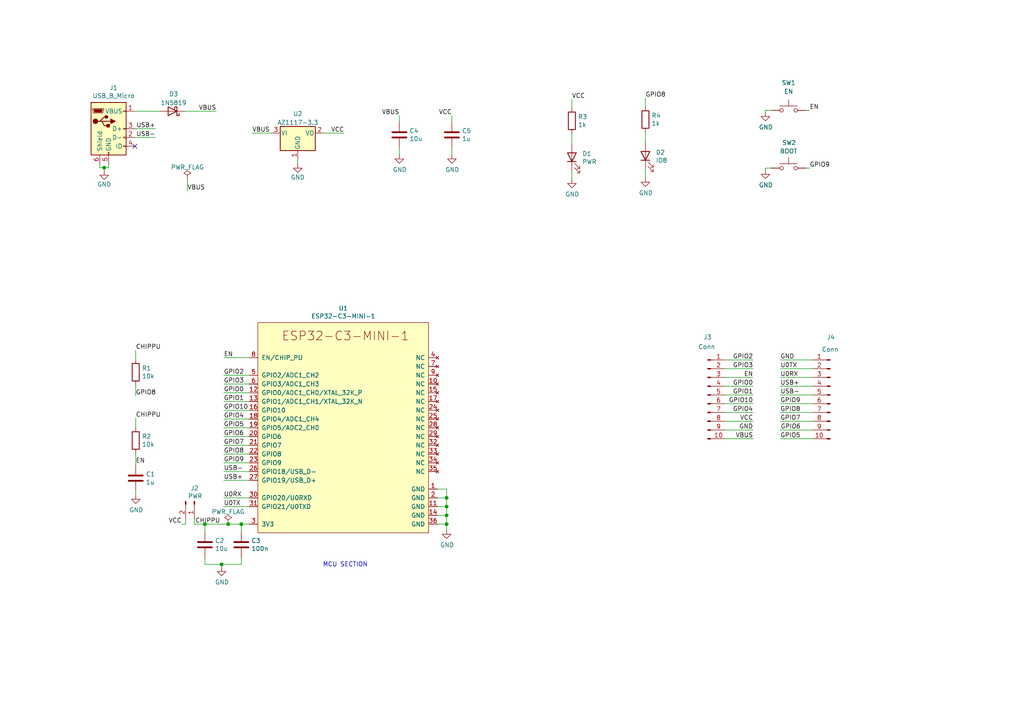
<source format=kicad_sch>
(kicad_sch (version 20211123) (generator eeschema)
  (paper "A4")
  (lib_symbols
    (symbol "Connector:Conn_01x02_Male" (pin_names (offset 1.016) hide)
      (property "Reference" "J" (at 0 2.54 0))
      (property "Value" "Conn_01x02_Male" (at 0 -5.08 0))
      (symbol "Conn_01x02_Male_1_1"
        (polyline (pts (xy 1.27 -2.54) (xy 0.8636 -2.54)) (stroke (width 0.1524)))
        (polyline (pts (xy 1.27 0) (xy 0.8636 0)) (stroke (width 0.1524)))
        (rectangle (start 0.8636 -2.413) (end 0 -2.667) (stroke (width 0.1524)) (fill (type outline)))
        (rectangle (start 0.8636 0.127) (end 0 -0.127) (stroke (width 0.1524)) (fill (type outline)))
        (pin passive line (at 5.08 0 180) (length 3.81) (name "Pin_1") (number "1"))
        (pin passive line (at 5.08 -2.54 180) (length 3.81) (name "Pin_2") (number "2"))
      )
    )
    (symbol "Connector:Conn_01x10_Male" (pin_names (offset 1.016) hide)
      (property "Reference" "J" (at 0 12.7 0))
      (property "Value" "Conn_01x10_Male" (at 0 -15.24 0))
      (symbol "Conn_01x10_Male_1_1"
        (polyline (pts (xy 1.27 -12.7) (xy 0.8636 -12.7)) (stroke (width 0.1524)))
        (polyline (pts (xy 1.27 -10.16) (xy 0.8636 -10.16)) (stroke (width 0.1524)))
        (polyline (pts (xy 1.27 -7.62) (xy 0.8636 -7.62)) (stroke (width 0.1524)))
        (polyline (pts (xy 1.27 -5.08) (xy 0.8636 -5.08)) (stroke (width 0.1524)))
        (polyline (pts (xy 1.27 -2.54) (xy 0.8636 -2.54)) (stroke (width 0.1524)))
        (polyline (pts (xy 1.27 0) (xy 0.8636 0)) (stroke (width 0.1524)))
        (polyline (pts (xy 1.27 2.54) (xy 0.8636 2.54)) (stroke (width 0.1524)))
        (polyline (pts (xy 1.27 5.08) (xy 0.8636 5.08)) (stroke (width 0.1524)))
        (polyline (pts (xy 1.27 7.62) (xy 0.8636 7.62)) (stroke (width 0.1524)))
        (polyline (pts (xy 1.27 10.16) (xy 0.8636 10.16)) (stroke (width 0.1524)))
        (rectangle (start 0.8636 -12.573) (end 0 -12.827) (stroke (width 0.1524)) (fill (type outline)))
        (rectangle (start 0.8636 -10.033) (end 0 -10.287) (stroke (width 0.1524)) (fill (type outline)))
        (rectangle (start 0.8636 -7.493) (end 0 -7.747) (stroke (width 0.1524)) (fill (type outline)))
        (rectangle (start 0.8636 -4.953) (end 0 -5.207) (stroke (width 0.1524)) (fill (type outline)))
        (rectangle (start 0.8636 -2.413) (end 0 -2.667) (stroke (width 0.1524)) (fill (type outline)))
        (rectangle (start 0.8636 0.127) (end 0 -0.127) (stroke (width 0.1524)) (fill (type outline)))
        (rectangle (start 0.8636 2.667) (end 0 2.413) (stroke (width 0.1524)) (fill (type outline)))
        (rectangle (start 0.8636 5.207) (end 0 4.953) (stroke (width 0.1524)) (fill (type outline)))
        (rectangle (start 0.8636 7.747) (end 0 7.493) (stroke (width 0.1524)) (fill (type outline)))
        (rectangle (start 0.8636 10.287) (end 0 10.033) (stroke (width 0.1524)) (fill (type outline)))
        (pin passive line (at 5.08 10.16 180) (length 3.81) (name "Pin_1") (number "1"))
        (pin passive line (at 5.08 -12.7 180) (length 3.81) (name "Pin_10") (number "10"))
        (pin passive line (at 5.08 7.62 180) (length 3.81) (name "Pin_2") (number "2"))
        (pin passive line (at 5.08 5.08 180) (length 3.81) (name "Pin_3") (number "3"))
        (pin passive line (at 5.08 2.54 180) (length 3.81) (name "Pin_4") (number "4"))
        (pin passive line (at 5.08 0 180) (length 3.81) (name "Pin_5") (number "5"))
        (pin passive line (at 5.08 -2.54 180) (length 3.81) (name "Pin_6") (number "6"))
        (pin passive line (at 5.08 -5.08 180) (length 3.81) (name "Pin_7") (number "7"))
        (pin passive line (at 5.08 -7.62 180) (length 3.81) (name "Pin_8") (number "8"))
        (pin passive line (at 5.08 -10.16 180) (length 3.81) (name "Pin_9") (number "9"))
      )
    )
    (symbol "Connector:USB_B_Micro" (pin_names (offset 1.016))
      (property "Reference" "J" (at -5.08 11.43 0))
      (property "Value" "USB_B_Micro" (at -5.08 8.89 0))
      (symbol "USB_B_Micro_0_1"
        (rectangle (start -5.08 -7.62) (end 5.08 7.62) (stroke (width 0.254)) (fill (type background)))
        (circle (center -3.81 2.159) (radius 0.635) (stroke (width 0.254)) (fill (type outline)))
        (circle (center -0.635 3.429) (radius 0.381) (stroke (width 0.254)) (fill (type outline)))
        (rectangle (start -0.127 -7.62) (end 0.127 -6.858))
        (polyline (pts (xy -1.905 2.159) (xy 0.635 2.159)) (stroke (width 0.254)))
        (polyline (pts (xy -3.175 2.159) (xy -2.54 2.159) (xy -1.27 3.429) (xy -0.635 3.429)) (stroke (width 0.254)))
        (polyline (pts (xy -2.54 2.159) (xy -1.905 2.159) (xy -1.27 0.889) (xy 0 0.889)) (stroke (width 0.254)))
        (polyline (pts (xy 0.635 2.794) (xy 0.635 1.524) (xy 1.905 2.159) (xy 0.635 2.794)) (stroke (width 0.254)) (fill (type outline)))
        (polyline (pts (xy -4.318 5.588) (xy -1.778 5.588) (xy -2.032 4.826) (xy -4.064 4.826) (xy -4.318 5.588)) (fill (type outline)))
        (polyline (pts (xy -4.699 5.842) (xy -4.699 5.588) (xy -4.445 4.826) (xy -4.445 4.572) (xy -1.651 4.572) (xy -1.651 4.826) (xy -1.397 5.588) (xy -1.397 5.842) (xy -4.699 5.842)))
        (rectangle (start 0.254 1.27) (end -0.508 0.508) (stroke (width 0.254)) (fill (type outline)))
        (rectangle (start 5.08 -5.207) (end 4.318 -4.953))
        (rectangle (start 5.08 -2.667) (end 4.318 -2.413))
        (rectangle (start 5.08 -0.127) (end 4.318 0.127))
        (rectangle (start 5.08 4.953) (end 4.318 5.207))
      )
      (symbol "USB_B_Micro_1_1"
        (pin power_out line (at 7.62 5.08 180) (length 2.54) (name "VBUS") (number "1"))
        (pin bidirectional line (at 7.62 -2.54 180) (length 2.54) (name "D-") (number "2"))
        (pin bidirectional line (at 7.62 0 180) (length 2.54) (name "D+") (number "3"))
        (pin passive line (at 7.62 -5.08 180) (length 2.54) (name "ID") (number "4"))
        (pin power_out line (at 0 -10.16 90) (length 2.54) (name "GND") (number "5"))
        (pin passive line (at -2.54 -10.16 90) (length 2.54) (name "Shield") (number "6"))
      )
    )
    (symbol "Device:C" (pin_numbers hide) (pin_names (offset 0.254))
      (property "Reference" "C" (at 0.635 2.54 0))
      (property "Value" "C" (at 0.635 -2.54 0))
      (symbol "C_0_1"
        (polyline (pts (xy -2.032 -0.762) (xy 2.032 -0.762)) (stroke (width 0.508)))
        (polyline (pts (xy -2.032 0.762) (xy 2.032 0.762)) (stroke (width 0.508)))
      )
      (symbol "C_1_1"
        (pin passive line (at 0 3.81 270) (length 2.794) (name "~") (number "1"))
        (pin passive line (at 0 -3.81 90) (length 2.794) (name "~") (number "2"))
      )
    )
    (symbol "Device:LED" (pin_numbers hide) (pin_names (offset 1.016) hide)
      (property "Reference" "D" (at 0 2.54 0))
      (property "Value" "LED" (at 0 -2.54 0))
      (symbol "LED_0_1"
        (polyline (pts (xy -1.27 -1.27) (xy -1.27 1.27)) (stroke (width 0.254)))
        (polyline (pts (xy -1.27 0) (xy 1.27 0)))
        (polyline (pts (xy 1.27 -1.27) (xy 1.27 1.27) (xy -1.27 0) (xy 1.27 -1.27)) (stroke (width 0.254)))
        (polyline (pts (xy -3.048 -0.762) (xy -4.572 -2.286) (xy -3.81 -2.286) (xy -4.572 -2.286) (xy -4.572 -1.524)))
        (polyline (pts (xy -1.778 -0.762) (xy -3.302 -2.286) (xy -2.54 -2.286) (xy -3.302 -2.286) (xy -3.302 -1.524)))
      )
      (symbol "LED_1_1"
        (pin passive line (at -3.81 0 0) (length 2.54) (name "K") (number "1"))
        (pin passive line (at 3.81 0 180) (length 2.54) (name "A") (number "2"))
      )
    )
    (symbol "Device:R" (pin_numbers hide) (pin_names (offset 0))
      (property "Reference" "R" (at 2.032 0 90))
      (property "Value" "R" (at 0 0 90))
      (symbol "R_0_1"
        (rectangle (start -1.016 -2.54) (end 1.016 2.54) (stroke (width 0.254)))
      )
      (symbol "R_1_1"
        (pin passive line (at 0 3.81 270) (length 1.27) (name "~") (number "1"))
        (pin passive line (at 0 -3.81 90) (length 1.27) (name "~") (number "2"))
      )
    )
    (symbol "Diode:1N5819" (pin_numbers hide) (pin_names (offset 1.016) hide)
      (property "Reference" "D" (at 0 2.54 0))
      (property "Value" "1N5819" (at 0 -2.54 0))
      (symbol "1N5819_0_1"
        (polyline (pts (xy 1.27 0) (xy -1.27 0)))
        (polyline (pts (xy 1.27 1.27) (xy 1.27 -1.27) (xy -1.27 0) (xy 1.27 1.27)) (stroke (width 0.254)))
        (polyline (pts (xy -1.905 0.635) (xy -1.905 1.27) (xy -1.27 1.27) (xy -1.27 -1.27) (xy -0.635 -1.27) (xy -0.635 -0.635)) (stroke (width 0.254)))
      )
      (symbol "1N5819_1_1"
        (pin passive line (at -3.81 0 0) (length 2.54) (name "K") (number "1"))
        (pin passive line (at 3.81 0 180) (length 2.54) (name "A") (number "2"))
      )
    )
    (symbol "Espressif:ESP32-C3-MINI-1" (pin_names (offset 1.016))
      (property "Reference" "U" (at 0 33.02 0))
      (property "Value" "ESP32-C3-MINI-1" (at 0 -30.48 0))
      (symbol "ESP32-C3-MINI-1_0_0"
        (text "ESP32-C3-MINI-1" (at 1.27 27.94 0) (effects (font (size 2.54 2.54))))
      )
      (symbol "ESP32-C3-MINI-1_0_1"
        (rectangle (start -24.13 31.75) (end 25.4 -29.21) (fill (type background)))
      )
      (symbol "ESP32-C3-MINI-1_1_1"
        (pin power_in line (at 27.94 -16.51 180) (length 2.54) (name "GND") (number "1"))
        (pin no_connect line (at 27.94 13.97 180) (length 2.54) (name "NC") (number "10"))
        (pin power_in line (at 27.94 -21.59 180) (length 2.54) (name "GND") (number "11"))
        (pin bidirectional line (at -26.67 11.43 0) (length 2.54) (name "GPIO0/ADC1_CH0/XTAL_32K_P") (number "12"))
        (pin bidirectional line (at -26.67 8.89 0) (length 2.54) (name "GPIO1/ADC1_CH1/XTAL_32K_N") (number "13"))
        (pin power_in line (at 27.94 -24.13 180) (length 2.54) (name "GND") (number "14"))
        (pin no_connect line (at 27.94 11.43 180) (length 2.54) (name "NC") (number "15"))
        (pin bidirectional line (at -26.67 6.35 0) (length 2.54) (name "GPIO10") (number "16"))
        (pin no_connect line (at 27.94 8.89 180) (length 2.54) (name "NC") (number "17"))
        (pin bidirectional line (at -26.67 3.81 0) (length 2.54) (name "GPIO4/ADC1_CH4") (number "18"))
        (pin bidirectional line (at -26.67 1.27 0) (length 2.54) (name "GPIO5/ADC2_CH0") (number "19"))
        (pin power_in line (at 27.94 -19.05 180) (length 2.54) (name "GND") (number "2"))
        (pin bidirectional line (at -26.67 -1.27 0) (length 2.54) (name "GPIO6") (number "20"))
        (pin bidirectional line (at -26.67 -3.81 0) (length 2.54) (name "GPIO7") (number "21"))
        (pin bidirectional line (at -26.67 -6.35 0) (length 2.54) (name "GPIO8") (number "22"))
        (pin bidirectional line (at -26.67 -8.89 0) (length 2.54) (name "GPIO9") (number "23"))
        (pin no_connect line (at 27.94 6.35 180) (length 2.54) (name "NC") (number "24"))
        (pin no_connect line (at 27.94 3.81 180) (length 2.54) (name "NC") (number "25"))
        (pin bidirectional line (at -26.67 -11.43 0) (length 2.54) (name "GPIO18/USB_D-") (number "26"))
        (pin bidirectional line (at -26.67 -13.97 0) (length 2.54) (name "GPIO19/USB_D+") (number "27"))
        (pin no_connect line (at 27.94 1.27 180) (length 2.54) (name "NC") (number "28"))
        (pin no_connect line (at 27.94 -1.27 180) (length 2.54) (name "NC") (number "29"))
        (pin power_in line (at -26.67 -26.67 0) (length 2.54) (name "3V3") (number "3"))
        (pin bidirectional line (at -26.67 -19.05 0) (length 2.54) (name "GPIO20/U0RXD") (number "30"))
        (pin bidirectional line (at -26.67 -21.59 0) (length 2.54) (name "GPIO21/U0TXD") (number "31"))
        (pin no_connect line (at 27.94 -3.81 180) (length 2.54) (name "NC") (number "32"))
        (pin no_connect line (at 27.94 -6.35 180) (length 2.54) (name "NC") (number "33"))
        (pin no_connect line (at 27.94 -8.89 180) (length 2.54) (name "NC") (number "34"))
        (pin no_connect line (at 27.94 -11.43 180) (length 2.54) (name "NC") (number "35"))
        (pin power_in line (at 27.94 -26.67 180) (length 2.54) (name "GND") (number "36"))
        (pin no_connect line (at 27.94 21.59 180) (length 2.54) (name "NC") (number "4"))
        (pin bidirectional line (at -26.67 16.51 0) (length 2.54) (name "GPIO2/ADC1_CH2") (number "5"))
        (pin bidirectional line (at -26.67 13.97 0) (length 2.54) (name "GPIO3/ADC1_CH3") (number "6"))
        (pin no_connect line (at 27.94 19.05 180) (length 2.54) (name "NC") (number "7"))
        (pin input line (at -26.67 21.59 0) (length 2.54) (name "EN/CHIP_PU") (number "8"))
        (pin no_connect line (at 27.94 16.51 180) (length 2.54) (name "NC") (number "9"))
      )
    )
    (symbol "Regulator_Linear:AZ1117-3.3" (pin_names (offset 0.254))
      (property "Reference" "U" (at -3.81 3.175 0))
      (property "Value" "AZ1117-3.3" (at 0 3.175 0))
      (symbol "AZ1117-3.3_0_1"
        (rectangle (start -5.08 1.905) (end 5.08 -5.08) (stroke (width 0.254)) (fill (type background)))
      )
      (symbol "AZ1117-3.3_1_1"
        (pin power_in line (at 0 -7.62 90) (length 2.54) (name "GND") (number "1"))
        (pin power_out line (at 7.62 0 180) (length 2.54) (name "VO") (number "2"))
        (pin power_in line (at -7.62 0 0) (length 2.54) (name "VI") (number "3"))
      )
    )
    (symbol "Switch:SW_Push" (pin_numbers hide) (pin_names (offset 1.016) hide)
      (property "Reference" "SW" (at 1.27 2.54 0))
      (property "Value" "SW_Push" (at 0 -1.524 0))
      (symbol "SW_Push_0_1"
        (circle (center -2.032 0) (radius 0.508))
        (polyline (pts (xy 0 1.27) (xy 0 3.048)))
        (polyline (pts (xy 2.54 1.27) (xy -2.54 1.27)))
        (circle (center 2.032 0) (radius 0.508))
        (pin passive line (at -5.08 0 0) (length 2.54) (name "1") (number "1"))
        (pin passive line (at 5.08 0 180) (length 2.54) (name "2") (number "2"))
      )
    )
    (symbol "power:GND" (power) (pin_names (offset 0))
      (property "Value" "GND" (at 0 -3.81 0))
      (symbol "GND_0_1"
        (polyline (pts (xy 0 0) (xy 0 -1.27) (xy 1.27 -1.27) (xy 0 -2.54) (xy -1.27 -1.27) (xy 0 -1.27)))
      )
      (symbol "GND_1_1"
        (pin power_in line (at 0 0 270) (length 0) hide (name "GND") (number "1"))
      )
    )
    (symbol "power:PWR_FLAG" (power) (pin_numbers hide) (pin_names (offset 0) hide)
      (property "Value" "PWR_FLAG" (at 0 3.81 0))
      (symbol "PWR_FLAG_0_0"
        (pin power_out line (at 0 0 90) (length 0) (name "pwr") (number "1"))
      )
      (symbol "PWR_FLAG_0_1"
        (polyline (pts (xy 0 0) (xy 0 1.27) (xy -1.016 1.905) (xy 0 2.54) (xy 1.016 1.905) (xy 0 1.27)))
      )
    )
  )
  (junction (at 30.226 48.641))
  (junction (at 64.262 163.703))
  (junction (at 69.977 152.019))
  (junction (at 129.54 146.939))
  (junction (at 59.436 152.019))
  (junction (at 129.54 152.019))
  (junction (at 129.54 144.399))
  (junction (at 66.167 152.019))
  (junction (at 129.54 149.479))
  (no_connect (at 39.116 42.418))
  (wire (pts (xy 59.436 154.178) (xy 59.436 152.019)))
  (wire (pts (xy 210.312 109.474) (xy 218.44 109.474)))
  (wire (pts (xy 210.312 127.254) (xy 218.44 127.254)))
  (wire (pts (xy 39.37 131.572) (xy 39.37 134.874)))
  (wire (pts (xy 64.897 124.079) (xy 72.263 124.079)))
  (wire (pts (xy 210.312 112.014) (xy 218.44 112.014)))
  (wire (pts (xy 56.388 152.019) (xy 59.436 152.019)))
  (wire (pts (xy 223.647 48.768) (xy 221.996 48.768)))
  (wire (pts (xy 221.996 48.768) (xy 221.996 49.276)))
  (wire (pts (xy 30.226 49.53) (xy 30.226 48.641)))
  (wire (pts (xy 39.37 101.6) (xy 39.37 104.14)))
  (wire (pts (xy 210.312 104.394) (xy 218.44 104.394)))
  (wire (pts (xy 73.152 38.608) (xy 78.74 38.608)))
  (wire (pts (xy 64.897 113.919) (xy 72.263 113.919)))
  (wire (pts (xy 28.956 48.641) (xy 30.226 48.641)))
  (wire (pts (xy 64.897 126.619) (xy 72.263 126.619)))
  (wire (pts (xy 126.873 141.859) (xy 129.54 141.859)))
  (wire (pts (xy 235.712 127.254) (xy 226.314 127.254)))
  (wire (pts (xy 39.116 32.258) (xy 46.228 32.258)))
  (wire (pts (xy 221.996 32.004) (xy 221.996 32.512)))
  (wire (pts (xy 69.977 152.019) (xy 72.263 152.019)))
  (wire (pts (xy 129.54 141.859) (xy 129.54 144.399)))
  (wire (pts (xy 64.897 118.999) (xy 72.263 118.999)))
  (wire (pts (xy 72.263 139.319) (xy 64.897 139.319)))
  (wire (pts (xy 187.198 30.861) (xy 187.198 28.448)))
  (wire (pts (xy 28.956 47.498) (xy 28.956 48.641)))
  (wire (pts (xy 210.312 119.634) (xy 218.44 119.634)))
  (wire (pts (xy 39.37 123.952) (xy 39.37 121.285)))
  (wire (pts (xy 72.263 136.779) (xy 64.897 136.779)))
  (wire (pts (xy 53.848 150.495) (xy 53.848 152.019)))
  (wire (pts (xy 59.436 163.703) (xy 59.436 161.798)))
  (wire (pts (xy 64.262 164.465) (xy 64.262 163.703)))
  (wire (pts (xy 187.198 49.022) (xy 187.198 51.562)))
  (wire (pts (xy 72.263 111.379) (xy 64.897 111.379)))
  (wire (pts (xy 129.54 144.399) (xy 129.54 146.939)))
  (wire (pts (xy 129.54 149.479) (xy 129.54 152.019)))
  (wire (pts (xy 218.44 124.714) (xy 210.312 124.714)))
  (wire (pts (xy 59.436 152.019) (xy 66.167 152.019)))
  (wire (pts (xy 72.263 103.759) (xy 64.9224 103.759)))
  (wire (pts (xy 226.314 112.014) (xy 235.712 112.014)))
  (wire (pts (xy 64.897 131.699) (xy 72.263 131.699)))
  (wire (pts (xy 126.873 149.479) (xy 129.54 149.479)))
  (wire (pts (xy 226.314 119.634) (xy 235.712 119.634)))
  (wire (pts (xy 86.36 46.228) (xy 86.36 47.498)))
  (wire (pts (xy 223.647 32.004) (xy 221.996 32.004)))
  (wire (pts (xy 235.712 124.714) (xy 226.314 124.714)))
  (wire (pts (xy 210.312 117.094) (xy 218.44 117.094)))
  (wire (pts (xy 30.226 48.641) (xy 31.496 48.641)))
  (wire (pts (xy 129.54 153.67) (xy 129.54 152.019)))
  (wire (pts (xy 66.167 152.019) (xy 69.977 152.019)))
  (wire (pts (xy 53.848 32.258) (xy 62.738 32.258)))
  (wire (pts (xy 115.824 42.926) (xy 115.824 44.831)))
  (wire (pts (xy 69.977 154.178) (xy 69.977 152.019)))
  (wire (pts (xy 52.705 152.019) (xy 53.848 152.019)))
  (wire (pts (xy 187.198 38.481) (xy 187.198 41.402)))
  (wire (pts (xy 165.862 38.862) (xy 165.862 41.783)))
  (wire (pts (xy 64.262 163.703) (xy 59.436 163.703)))
  (wire (pts (xy 64.897 134.239) (xy 72.263 134.239)))
  (wire (pts (xy 226.314 122.174) (xy 235.712 122.174)))
  (wire (pts (xy 233.807 48.768) (xy 234.823 48.768)))
  (wire (pts (xy 39.37 111.76) (xy 39.37 114.808)))
  (wire (pts (xy 31.496 48.641) (xy 31.496 47.498)))
  (wire (pts (xy 210.312 106.934) (xy 218.44 106.934)))
  (wire (pts (xy 126.873 144.399) (xy 129.54 144.399)))
  (wire (pts (xy 129.54 146.939) (xy 129.54 149.479)))
  (wire (pts (xy 131.064 33.528) (xy 131.064 35.306)))
  (wire (pts (xy 233.807 32.004) (xy 234.823 32.004)))
  (wire (pts (xy 129.54 152.019) (xy 126.873 152.019)))
  (wire (pts (xy 39.116 39.878) (xy 45.085 39.878)))
  (wire (pts (xy 93.98 38.608) (xy 99.822 38.608)))
  (wire (pts (xy 56.388 150.495) (xy 56.388 152.019)))
  (wire (pts (xy 115.824 33.528) (xy 115.824 35.306)))
  (wire (pts (xy 72.263 108.839) (xy 64.897 108.839)))
  (wire (pts (xy 39.37 142.494) (xy 39.37 143.51)))
  (wire (pts (xy 64.897 146.939) (xy 72.263 146.939)))
  (wire (pts (xy 210.312 122.174) (xy 218.44 122.174)))
  (wire (pts (xy 39.116 37.338) (xy 45.085 37.338)))
  (wire (pts (xy 131.064 42.926) (xy 131.064 44.831)))
  (wire (pts (xy 226.314 104.394) (xy 235.712 104.394)))
  (wire (pts (xy 72.263 144.399) (xy 64.897 144.399)))
  (wire (pts (xy 165.862 49.403) (xy 165.862 51.943)))
  (wire (pts (xy 126.873 146.939) (xy 129.54 146.939)))
  (wire (pts (xy 64.897 116.459) (xy 72.263 116.459)))
  (wire (pts (xy 64.897 129.159) (xy 72.263 129.159)))
  (wire (pts (xy 69.977 163.703) (xy 64.262 163.703)))
  (wire (pts (xy 226.314 117.094) (xy 235.712 117.094)))
  (wire (pts (xy 69.977 161.798) (xy 69.977 163.703)))
  (wire (pts (xy 210.312 114.554) (xy 218.44 114.554)))
  (wire (pts (xy 165.862 31.242) (xy 165.862 28.829)))
  (wire (pts (xy 54.356 52.07) (xy 54.356 55.372)))
  (wire (pts (xy 64.897 121.539) (xy 72.263 121.539)))
  (wire (pts (xy 226.314 106.934) (xy 235.712 106.934)))
  (wire (pts (xy 226.314 109.474) (xy 235.712 109.474)))
  (wire (pts (xy 226.314 114.554) (xy 235.712 114.554)))
  (text "MCU SECTION" (at 93.599 164.592 0) (effects (font (size 1.27 1.27)) (justify left bottom)))
  (label "USB+" (at 226.314 112.014 0))
  (label "GPIO9" (at 64.897 134.239 0))
  (label "GPIO4" (at 64.897 121.539 0))
  (label "VBUS" (at 73.152 38.608 0))
  (label "EN" (at 39.37 134.62 0))
  (label "VBUS" (at 54.356 55.372 0))
  (label "GPIO3" (at 64.897 111.379 0))
  (label "CHIPPU" (at 39.37 121.285 0))
  (label "U0RX" (at 64.897 144.399 0))
  (label "U0RX" (at 226.314 109.474 0))
  (label "GPIO8" (at 226.314 119.634 0))
  (label "GPIO8" (at 64.897 131.699 0))
  (label "CHIPPU" (at 63.881 152.019 180))
  (label "U0TX" (at 64.897 146.939 0))
  (label "VCC" (at 165.862 28.829 0))
  (label "GPIO6" (at 64.897 126.619 0))
  (label "VBUS" (at 218.44 127.254 180))
  (label "U0TX" (at 226.314 106.934 0))
  (label "GPIO10" (at 218.44 117.094 180))
  (label "GPIO3" (at 218.44 106.934 180))
  (label "GPIO1" (at 64.897 116.459 0))
  (label "GPIO10" (at 64.897 118.999 0))
  (label "GPIO5" (at 64.897 124.079 0))
  (label "USB+" (at 64.897 139.319 0))
  (label "VBUS" (at 62.738 32.258 180))
  (label "GND" (at 218.44 124.714 180))
  (label "USB-" (at 226.314 114.554 0))
  (label "GPIO8" (at 39.37 114.808 0))
  (label "GPIO5" (at 226.314 127.254 0))
  (label "EN" (at 234.823 32.004 0))
  (label "GPIO2" (at 218.44 104.394 180))
  (label "GPIO6" (at 226.314 124.714 0) (effects (font italic)))
  (label "GPIO9" (at 234.823 48.768 0))
  (label "VCC" (at 99.822 38.608 180))
  (label "VCC" (at 218.44 122.174 180))
  (label "VBUS" (at 115.824 33.528 180))
  (label "USB+" (at 45.085 37.338 180))
  (label "GPIO4" (at 218.44 119.634 180))
  (label "GPIO2" (at 64.897 108.839 0))
  (label "VCC" (at 52.705 152.019 180))
  (label "GPIO8" (at 187.198 28.448 0))
  (label "VCC" (at 131.064 33.528 180))
  (label "GPIO9" (at 226.314 117.094 0))
  (label "CHIPPU" (at 39.37 101.6 0))
  (label "USB-" (at 64.897 136.779 0))
  (label "GPIO7" (at 64.897 129.159 0))
  (label "EN" (at 64.9224 103.759 0))
  (label "GPIO0" (at 64.897 113.919 0))
  (label "GPIO7" (at 226.314 122.174 0))
  (label "EN" (at 218.44 109.474 180))
  (label "GPIO1" (at 218.44 114.554 180))
  (label "GPIO0" (at 218.44 112.014 180))
  (label "USB-" (at 45.085 39.878 180))
  (label "GND" (at 226.314 104.394 0))
  (symbol (lib_id "power:GND") (at 221.996 32.512 0) (unit 1)
    (property "Reference" "#PWR010" (effects hide))
    (property "Value" "GND" (at 222.123 36.9062 0))
  )
  (symbol (lib_id "power:GND") (at 30.226 49.53 0) (unit 1)
    (property "Reference" "#PWR02" (effects hide))
    (property "Value" "GND" (at 30.226 53.467 0))
  )
  (symbol (lib_id "Switch:SW_Push") (at 228.727 48.768 0) (unit 1)
    (property "Reference" "SW2" (at 226.822 41.402 0) (effects (justify left)))
    (property "Value" "BOOT" (at 228.727 43.8404 0))
    (property "Footprint" "Button_Switch_SMD:SW_Push_SPST_NO_Alps_SKRK" (effects hide))
  )
  (symbol (lib_id "power:GND") (at 129.54 153.67 0) (unit 1)
    (property "Reference" "#PWR05" (effects hide))
    (property "Value" "GND" (at 129.667 158.0642 0))
  )
  (symbol (lib_id "Device:C") (at 59.436 157.988 0) (unit 1)
    (property "Reference" "C2" (at 62.357 156.8196 0) (effects (justify left)))
    (property "Value" "10u" (at 62.357 159.131 0) (effects (justify left)))
    (property "Footprint" "Capacitor_SMD:C_0805_2012Metric" (effects hide))
  )
  (symbol (lib_id "Espressif:ESP32-C3-MINI-1") (at 98.933 125.349 0) (unit 1)
    (property "Reference" "U1" (at 99.568 89.408 0))
    (property "Value" "ESP32-C3-MINI-1" (at 99.568 91.7194 0))
    (property "Footprint" "Espressif:ESP32-C3-MINI-1" (effects hide))
    (property "Datasheet" "https://www.espressif.com/sites/default/files/documentation/esp32-c3-mini-1_datasheet_en.pdf" (effects hide))
  )
  (symbol (lib_id "Device:R") (at 39.37 127.762 0) (unit 1)
    (property "Reference" "R2" (at 41.148 126.5936 0) (effects (justify left)))
    (property "Value" "10k" (at 41.148 128.905 0) (effects (justify left)))
    (property "Footprint" "Resistor_SMD:R_0603_1608Metric" (effects hide))
  )
  (symbol (lib_id "Device:R") (at 165.862 35.052 0) (unit 1)
    (property "Reference" "R3" (at 167.64 33.8836 0) (effects (justify left)))
    (property "Value" "1k" (at 167.64 36.195 0) (effects (justify left)))
    (property "Footprint" "Resistor_SMD:R_0603_1608Metric" (effects hide))
  )
  (symbol (lib_id "Device:C") (at 131.064 39.116 0) (unit 1)
    (property "Reference" "C5" (at 133.985 37.9476 0) (effects (justify left)))
    (property "Value" "1u" (at 133.985 40.259 0) (effects (justify left)))
    (property "Footprint" "Capacitor_SMD:C_0603_1608Metric" (effects hide))
  )
  (symbol (lib_id "power:GND") (at 187.198 51.562 0) (unit 1)
    (property "Reference" "#PWR09" (effects hide))
    (property "Value" "GND" (at 187.325 55.9562 0))
  )
  (symbol (lib_id "Device:C") (at 115.824 39.116 0) (unit 1)
    (property "Reference" "C4" (at 118.745 37.9476 0) (effects (justify left)))
    (property "Value" "10u" (at 118.745 40.259 0) (effects (justify left)))
    (property "Footprint" "Capacitor_SMD:C_0805_2012Metric" (effects hide))
  )
  (symbol (lib_id "Device:R") (at 39.37 107.95 0) (unit 1)
    (property "Reference" "R1" (at 41.148 106.7816 0) (effects (justify left)))
    (property "Value" "10k" (at 41.148 109.093 0) (effects (justify left)))
    (property "Footprint" "Resistor_SMD:R_0603_1608Metric" (effects hide))
  )
  (symbol (lib_id "power:GND") (at 39.37 143.51 0) (unit 1)
    (property "Reference" "#PWR01" (effects hide))
    (property "Value" "GND" (at 39.497 147.9042 0))
  )
  (symbol (lib_id "Device:C") (at 69.977 157.988 0) (unit 1)
    (property "Reference" "C3" (at 72.898 156.8196 0) (effects (justify left)))
    (property "Value" "100n" (at 72.898 159.131 0) (effects (justify left)))
    (property "Footprint" "Capacitor_SMD:C_0603_1608Metric" (effects hide))
  )
  (symbol (lib_id "Device:R") (at 187.198 34.671 0) (unit 1)
    (property "Reference" "R4" (at 188.976 33.5026 0) (effects (justify left)))
    (property "Value" "1k" (at 188.976 35.814 0) (effects (justify left)))
    (property "Footprint" "Resistor_SMD:R_0603_1608Metric" (effects hide))
  )
  (symbol (lib_id "Connector:USB_B_Micro") (at 31.496 37.338 0) (unit 1)
    (property "Reference" "J1" (at 32.9438 25.4762 0))
    (property "Value" "USB_B_Micro" (at 32.9438 27.7876 0))
    (property "Footprint" "MUP-U513:MUP-U513" (effects hide))
  )
  (symbol (lib_id "power:GND") (at 115.824 44.831 0) (unit 1)
    (property "Reference" "#PWR06" (effects hide))
    (property "Value" "GND" (at 115.951 49.2252 0))
  )
  (symbol (lib_id "Connector:Conn_01x10_Male") (at 240.792 114.554 0) (mirror y) (unit 1)
    (property "Reference" "J4" (at 239.776 97.79 0) (effects (justify right)))
    (property "Value" "Conn" (at 240.792 101.346 0))
    (property "Footprint" "Connector_PinHeader_2.54mm:PinHeader_1x10_P2.54mm_Vertical" (effects hide))
  )
  (symbol (lib_id "Connector:Conn_01x02_Male") (at 56.388 145.415 270) (unit 1)
    (property "Reference" "J2" (at 55.245 141.605 90) (effects (justify left)))
    (property "Value" "PWR" (at 54.483 143.891 90) (effects (justify left)))
    (property "Footprint" "Connector_PinHeader_2.54mm:PinHeader_1x02_P2.54mm_Vertical" (effects hide))
  )
  (symbol (lib_id "power:GND") (at 86.36 47.498 0) (unit 1)
    (property "Reference" "#PWR04" (effects hide))
    (property "Value" "GND" (at 86.36 51.435 0))
  )
  (symbol (lib_id "power:PWR_FLAG") (at 54.356 52.07 0) (unit 1)
    (property "Reference" "#FLG0102" (effects hide))
    (property "Value" "PWR_FLAG" (at 54.356 48.4942 0))
  )
  (symbol (lib_id "power:GND") (at 165.862 51.943 0) (unit 1)
    (property "Reference" "#PWR08" (effects hide))
    (property "Value" "GND" (at 165.989 56.3372 0))
  )
  (symbol (lib_id "power:GND") (at 221.996 49.276 0) (unit 1)
    (property "Reference" "#PWR011" (effects hide))
    (property "Value" "GND" (at 222.123 53.6702 0))
  )
  (symbol (lib_id "Regulator_Linear:AZ1117-3.3") (at 86.36 38.608 0) (unit 1)
    (property "Reference" "U2" (at 86.36 33.0032 0))
    (property "Value" "AZ1117-3.3" (at 86.36 35.5401 0))
    (property "Footprint" "Package_TO_SOT_SMD:SOT-89-3" (effects hide))
    (property "Datasheet" "https://www.diodes.com/assets/Datasheets/AZ1117.pdf" (effects hide))
  )
  (symbol (lib_id "Diode:1N5819") (at 50.038 32.258 180) (unit 1)
    (property "Reference" "D3" (at 50.3555 27.2882 0))
    (property "Value" "1N5819" (at 50.3555 29.8251 0))
    (property "Footprint" "Diode_SMD:D_SOD-123" (effects hide))
    (property "Datasheet" "http://www.vishay.com/docs/88525/1n5817.pdf" (effects hide))
  )
  (symbol (lib_id "power:GND") (at 64.262 164.465 0) (unit 1)
    (property "Reference" "#PWR03" (effects hide))
    (property "Value" "GND" (at 64.389 168.8592 0))
  )
  (symbol (lib_id "power:PWR_FLAG") (at 66.167 152.019 0) (unit 1)
    (property "Reference" "#FLG0101" (effects hide))
    (property "Value" "PWR_FLAG" (at 66.167 148.4432 0))
  )
  (symbol (lib_id "Connector:Conn_01x10_Male") (at 205.232 114.554 0) (unit 1)
    (property "Reference" "J3" (at 205.232 97.79 0))
    (property "Value" "Conn" (at 204.978 100.584 0))
    (property "Footprint" "Connector_PinHeader_2.54mm:PinHeader_1x10_P2.54mm_Vertical" (effects hide))
  )
  (symbol (lib_id "Switch:SW_Push") (at 228.727 32.004 0) (unit 1)
    (property "Reference" "SW1" (at 226.695 24.003 0) (effects (justify left)))
    (property "Value" "EN" (at 228.727 26.543 0))
    (property "Footprint" "Button_Switch_SMD:SW_Push_SPST_NO_Alps_SKRK" (effects hide))
  )
  (symbol (lib_id "power:GND") (at 131.064 44.831 0) (unit 1)
    (property "Reference" "#PWR07" (effects hide))
    (property "Value" "GND" (at 131.191 49.2252 0))
  )
  (symbol (lib_id "Device:C") (at 39.37 138.684 0) (unit 1)
    (property "Reference" "C1" (at 42.291 137.5156 0) (effects (justify left)))
    (property "Value" "1u" (at 42.291 139.827 0) (effects (justify left)))
    (property "Footprint" "Capacitor_SMD:C_0603_1608Metric" (effects hide))
  )
  (symbol (lib_id "Device:LED") (at 187.198 45.212 90) (unit 1)
    (property "Reference" "D2" (at 190.1952 44.2214 90) (effects (justify right)))
    (property "Value" "IO8" (at 190.1952 46.5328 90) (effects (justify right)))
    (property "Footprint" "LED_SMD:LED_0603_1608Metric" (effects hide))
  )
  (symbol (lib_id "Device:LED") (at 165.862 45.593 90) (unit 1)
    (property "Reference" "D1" (at 168.8592 44.6024 90) (effects (justify right)))
    (property "Value" "PWR" (at 168.8592 46.9138 90) (effects (justify right)))
    (property "Footprint" "LED_SMD:LED_0603_1608Metric" (effects hide))
  )
)
</source>
